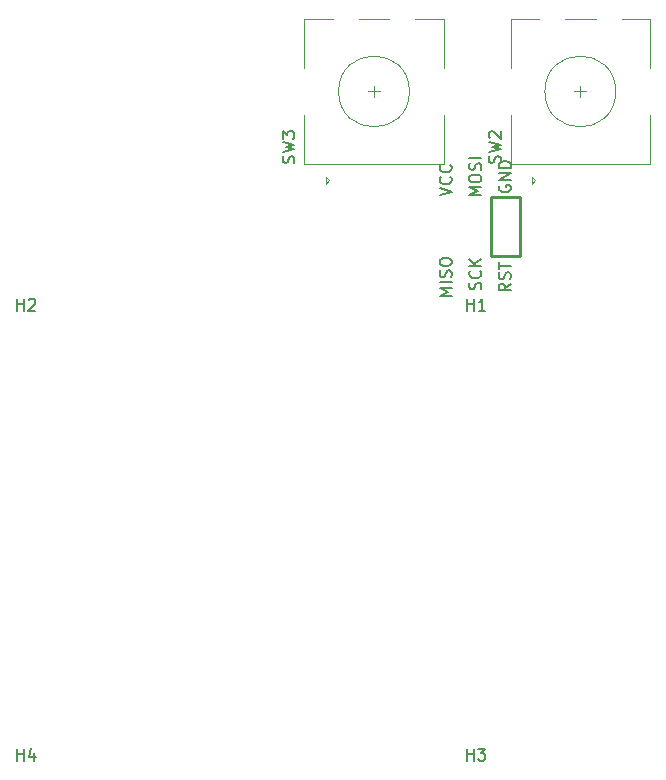
<source format=gbr>
%TF.GenerationSoftware,KiCad,Pcbnew,(5.1.4)-1*%
%TF.CreationDate,2024-03-23T03:19:33-07:00*%
%TF.ProjectId,macropad,6d616372-6f70-4616-942e-6b696361645f,rev?*%
%TF.SameCoordinates,Original*%
%TF.FileFunction,Legend,Top*%
%TF.FilePolarity,Positive*%
%FSLAX46Y46*%
G04 Gerber Fmt 4.6, Leading zero omitted, Abs format (unit mm)*
G04 Created by KiCad (PCBNEW (5.1.4)-1) date 2024-03-23 03:19:33*
%MOMM*%
%LPD*%
G04 APERTURE LIST*
%ADD10C,0.120000*%
%ADD11C,0.250000*%
%ADD12C,0.150000*%
G04 APERTURE END LIST*
D10*
%TO.C,SW3*%
X111862500Y-69493750D02*
G75*
G03X111862500Y-69493750I-3000000J0D01*
G01*
X102962500Y-67493750D02*
X102962500Y-63393750D01*
X114762500Y-63393750D02*
X114762500Y-67493750D01*
X114762500Y-71493750D02*
X114762500Y-75593750D01*
X102962500Y-71493750D02*
X102962500Y-75593750D01*
X102962500Y-75593750D02*
X114762500Y-75593750D01*
X105062500Y-76993750D02*
X104762500Y-77293750D01*
X104762500Y-77293750D02*
X104762500Y-76693750D01*
X104762500Y-76693750D02*
X105062500Y-76993750D01*
X102962500Y-63393750D02*
X105362500Y-63393750D01*
X107562500Y-63393750D02*
X110162500Y-63393750D01*
X112362500Y-63393750D02*
X114762500Y-63393750D01*
X108362500Y-69493750D02*
X109362500Y-69493750D01*
X108862500Y-69993750D02*
X108862500Y-68993750D01*
%TO.C,SW2*%
X129325000Y-69493750D02*
G75*
G03X129325000Y-69493750I-3000000J0D01*
G01*
X120425000Y-67493750D02*
X120425000Y-63393750D01*
X132225000Y-63393750D02*
X132225000Y-67493750D01*
X132225000Y-71493750D02*
X132225000Y-75593750D01*
X120425000Y-71493750D02*
X120425000Y-75593750D01*
X120425000Y-75593750D02*
X132225000Y-75593750D01*
X122525000Y-76993750D02*
X122225000Y-77293750D01*
X122225000Y-77293750D02*
X122225000Y-76693750D01*
X122225000Y-76693750D02*
X122525000Y-76993750D01*
X120425000Y-63393750D02*
X122825000Y-63393750D01*
X125025000Y-63393750D02*
X127625000Y-63393750D01*
X129825000Y-63393750D02*
X132225000Y-63393750D01*
X125825000Y-69493750D02*
X126825000Y-69493750D01*
X126325000Y-69993750D02*
X126325000Y-68993750D01*
D11*
%TO.C,J1*%
X118725000Y-83462500D02*
X118725000Y-78462500D01*
X118725000Y-78462500D02*
X121225000Y-78462500D01*
X121225000Y-78462500D02*
X121225000Y-83462500D01*
X121225000Y-83462500D02*
X118725000Y-83462500D01*
%TD*%
%TO.C,H4*%
D12*
X78613095Y-126139880D02*
X78613095Y-125139880D01*
X78613095Y-125616071D02*
X79184523Y-125616071D01*
X79184523Y-126139880D02*
X79184523Y-125139880D01*
X80089285Y-125473214D02*
X80089285Y-126139880D01*
X79851190Y-125092261D02*
X79613095Y-125806547D01*
X80232142Y-125806547D01*
%TO.C,H3*%
X116713095Y-126139880D02*
X116713095Y-125139880D01*
X116713095Y-125616071D02*
X117284523Y-125616071D01*
X117284523Y-126139880D02*
X117284523Y-125139880D01*
X117665476Y-125139880D02*
X118284523Y-125139880D01*
X117951190Y-125520833D01*
X118094047Y-125520833D01*
X118189285Y-125568452D01*
X118236904Y-125616071D01*
X118284523Y-125711309D01*
X118284523Y-125949404D01*
X118236904Y-126044642D01*
X118189285Y-126092261D01*
X118094047Y-126139880D01*
X117808333Y-126139880D01*
X117713095Y-126092261D01*
X117665476Y-126044642D01*
%TO.C,H2*%
X78613095Y-88039880D02*
X78613095Y-87039880D01*
X78613095Y-87516071D02*
X79184523Y-87516071D01*
X79184523Y-88039880D02*
X79184523Y-87039880D01*
X79613095Y-87135119D02*
X79660714Y-87087500D01*
X79755952Y-87039880D01*
X79994047Y-87039880D01*
X80089285Y-87087500D01*
X80136904Y-87135119D01*
X80184523Y-87230357D01*
X80184523Y-87325595D01*
X80136904Y-87468452D01*
X79565476Y-88039880D01*
X80184523Y-88039880D01*
%TO.C,H1*%
X116713095Y-88039880D02*
X116713095Y-87039880D01*
X116713095Y-87516071D02*
X117284523Y-87516071D01*
X117284523Y-88039880D02*
X117284523Y-87039880D01*
X118284523Y-88039880D02*
X117713095Y-88039880D01*
X117998809Y-88039880D02*
X117998809Y-87039880D01*
X117903571Y-87182738D01*
X117808333Y-87277976D01*
X117713095Y-87325595D01*
%TO.C,SW3*%
X102067261Y-75527083D02*
X102114880Y-75384226D01*
X102114880Y-75146130D01*
X102067261Y-75050892D01*
X102019642Y-75003273D01*
X101924404Y-74955654D01*
X101829166Y-74955654D01*
X101733928Y-75003273D01*
X101686309Y-75050892D01*
X101638690Y-75146130D01*
X101591071Y-75336607D01*
X101543452Y-75431845D01*
X101495833Y-75479464D01*
X101400595Y-75527083D01*
X101305357Y-75527083D01*
X101210119Y-75479464D01*
X101162500Y-75431845D01*
X101114880Y-75336607D01*
X101114880Y-75098511D01*
X101162500Y-74955654D01*
X101114880Y-74622321D02*
X102114880Y-74384226D01*
X101400595Y-74193750D01*
X102114880Y-74003273D01*
X101114880Y-73765178D01*
X101114880Y-73479464D02*
X101114880Y-72860416D01*
X101495833Y-73193750D01*
X101495833Y-73050892D01*
X101543452Y-72955654D01*
X101591071Y-72908035D01*
X101686309Y-72860416D01*
X101924404Y-72860416D01*
X102019642Y-72908035D01*
X102067261Y-72955654D01*
X102114880Y-73050892D01*
X102114880Y-73336607D01*
X102067261Y-73431845D01*
X102019642Y-73479464D01*
%TO.C,SW2*%
X119529761Y-75527083D02*
X119577380Y-75384226D01*
X119577380Y-75146130D01*
X119529761Y-75050892D01*
X119482142Y-75003273D01*
X119386904Y-74955654D01*
X119291666Y-74955654D01*
X119196428Y-75003273D01*
X119148809Y-75050892D01*
X119101190Y-75146130D01*
X119053571Y-75336607D01*
X119005952Y-75431845D01*
X118958333Y-75479464D01*
X118863095Y-75527083D01*
X118767857Y-75527083D01*
X118672619Y-75479464D01*
X118625000Y-75431845D01*
X118577380Y-75336607D01*
X118577380Y-75098511D01*
X118625000Y-74955654D01*
X118577380Y-74622321D02*
X119577380Y-74384226D01*
X118863095Y-74193750D01*
X119577380Y-74003273D01*
X118577380Y-73765178D01*
X118672619Y-73431845D02*
X118625000Y-73384226D01*
X118577380Y-73288988D01*
X118577380Y-73050892D01*
X118625000Y-72955654D01*
X118672619Y-72908035D01*
X118767857Y-72860416D01*
X118863095Y-72860416D01*
X119005952Y-72908035D01*
X119577380Y-73479464D01*
X119577380Y-72860416D01*
%TO.C,J1*%
X115427380Y-86783928D02*
X114427380Y-86783928D01*
X115141666Y-86450595D01*
X114427380Y-86117261D01*
X115427380Y-86117261D01*
X115427380Y-85641071D02*
X114427380Y-85641071D01*
X115379761Y-85212500D02*
X115427380Y-85069642D01*
X115427380Y-84831547D01*
X115379761Y-84736309D01*
X115332142Y-84688690D01*
X115236904Y-84641071D01*
X115141666Y-84641071D01*
X115046428Y-84688690D01*
X114998809Y-84736309D01*
X114951190Y-84831547D01*
X114903571Y-85022023D01*
X114855952Y-85117261D01*
X114808333Y-85164880D01*
X114713095Y-85212500D01*
X114617857Y-85212500D01*
X114522619Y-85164880D01*
X114475000Y-85117261D01*
X114427380Y-85022023D01*
X114427380Y-84783928D01*
X114475000Y-84641071D01*
X114427380Y-84022023D02*
X114427380Y-83831547D01*
X114475000Y-83736309D01*
X114570238Y-83641071D01*
X114760714Y-83593452D01*
X115094047Y-83593452D01*
X115284523Y-83641071D01*
X115379761Y-83736309D01*
X115427380Y-83831547D01*
X115427380Y-84022023D01*
X115379761Y-84117261D01*
X115284523Y-84212500D01*
X115094047Y-84260119D01*
X114760714Y-84260119D01*
X114570238Y-84212500D01*
X114475000Y-84117261D01*
X114427380Y-84022023D01*
X114427380Y-78295833D02*
X115427380Y-77962500D01*
X114427380Y-77629166D01*
X115332142Y-76724404D02*
X115379761Y-76772023D01*
X115427380Y-76914880D01*
X115427380Y-77010119D01*
X115379761Y-77152976D01*
X115284523Y-77248214D01*
X115189285Y-77295833D01*
X114998809Y-77343452D01*
X114855952Y-77343452D01*
X114665476Y-77295833D01*
X114570238Y-77248214D01*
X114475000Y-77152976D01*
X114427380Y-77010119D01*
X114427380Y-76914880D01*
X114475000Y-76772023D01*
X114522619Y-76724404D01*
X115332142Y-75724404D02*
X115379761Y-75772023D01*
X115427380Y-75914880D01*
X115427380Y-76010119D01*
X115379761Y-76152976D01*
X115284523Y-76248214D01*
X115189285Y-76295833D01*
X114998809Y-76343452D01*
X114855952Y-76343452D01*
X114665476Y-76295833D01*
X114570238Y-76248214D01*
X114475000Y-76152976D01*
X114427380Y-76010119D01*
X114427380Y-75914880D01*
X114475000Y-75772023D01*
X114522619Y-75724404D01*
X117879761Y-86248214D02*
X117927380Y-86105357D01*
X117927380Y-85867261D01*
X117879761Y-85772023D01*
X117832142Y-85724404D01*
X117736904Y-85676785D01*
X117641666Y-85676785D01*
X117546428Y-85724404D01*
X117498809Y-85772023D01*
X117451190Y-85867261D01*
X117403571Y-86057738D01*
X117355952Y-86152976D01*
X117308333Y-86200595D01*
X117213095Y-86248214D01*
X117117857Y-86248214D01*
X117022619Y-86200595D01*
X116975000Y-86152976D01*
X116927380Y-86057738D01*
X116927380Y-85819642D01*
X116975000Y-85676785D01*
X117832142Y-84676785D02*
X117879761Y-84724404D01*
X117927380Y-84867261D01*
X117927380Y-84962500D01*
X117879761Y-85105357D01*
X117784523Y-85200595D01*
X117689285Y-85248214D01*
X117498809Y-85295833D01*
X117355952Y-85295833D01*
X117165476Y-85248214D01*
X117070238Y-85200595D01*
X116975000Y-85105357D01*
X116927380Y-84962500D01*
X116927380Y-84867261D01*
X116975000Y-84724404D01*
X117022619Y-84676785D01*
X117927380Y-84248214D02*
X116927380Y-84248214D01*
X117927380Y-83676785D02*
X117355952Y-84105357D01*
X116927380Y-83676785D02*
X117498809Y-84248214D01*
X117927380Y-78283928D02*
X116927380Y-78283928D01*
X117641666Y-77950595D01*
X116927380Y-77617261D01*
X117927380Y-77617261D01*
X116927380Y-76950595D02*
X116927380Y-76760119D01*
X116975000Y-76664880D01*
X117070238Y-76569642D01*
X117260714Y-76522023D01*
X117594047Y-76522023D01*
X117784523Y-76569642D01*
X117879761Y-76664880D01*
X117927380Y-76760119D01*
X117927380Y-76950595D01*
X117879761Y-77045833D01*
X117784523Y-77141071D01*
X117594047Y-77188690D01*
X117260714Y-77188690D01*
X117070238Y-77141071D01*
X116975000Y-77045833D01*
X116927380Y-76950595D01*
X117879761Y-76141071D02*
X117927380Y-75998214D01*
X117927380Y-75760119D01*
X117879761Y-75664880D01*
X117832142Y-75617261D01*
X117736904Y-75569642D01*
X117641666Y-75569642D01*
X117546428Y-75617261D01*
X117498809Y-75664880D01*
X117451190Y-75760119D01*
X117403571Y-75950595D01*
X117355952Y-76045833D01*
X117308333Y-76093452D01*
X117213095Y-76141071D01*
X117117857Y-76141071D01*
X117022619Y-76093452D01*
X116975000Y-76045833D01*
X116927380Y-75950595D01*
X116927380Y-75712500D01*
X116975000Y-75569642D01*
X117927380Y-75141071D02*
X116927380Y-75141071D01*
X120427380Y-85760119D02*
X119951190Y-86093452D01*
X120427380Y-86331547D02*
X119427380Y-86331547D01*
X119427380Y-85950595D01*
X119475000Y-85855357D01*
X119522619Y-85807738D01*
X119617857Y-85760119D01*
X119760714Y-85760119D01*
X119855952Y-85807738D01*
X119903571Y-85855357D01*
X119951190Y-85950595D01*
X119951190Y-86331547D01*
X120379761Y-85379166D02*
X120427380Y-85236309D01*
X120427380Y-84998214D01*
X120379761Y-84902976D01*
X120332142Y-84855357D01*
X120236904Y-84807738D01*
X120141666Y-84807738D01*
X120046428Y-84855357D01*
X119998809Y-84902976D01*
X119951190Y-84998214D01*
X119903571Y-85188690D01*
X119855952Y-85283928D01*
X119808333Y-85331547D01*
X119713095Y-85379166D01*
X119617857Y-85379166D01*
X119522619Y-85331547D01*
X119475000Y-85283928D01*
X119427380Y-85188690D01*
X119427380Y-84950595D01*
X119475000Y-84807738D01*
X119427380Y-84522023D02*
X119427380Y-83950595D01*
X120427380Y-84236309D02*
X119427380Y-84236309D01*
X119475000Y-77474404D02*
X119427380Y-77569642D01*
X119427380Y-77712500D01*
X119475000Y-77855357D01*
X119570238Y-77950595D01*
X119665476Y-77998214D01*
X119855952Y-78045833D01*
X119998809Y-78045833D01*
X120189285Y-77998214D01*
X120284523Y-77950595D01*
X120379761Y-77855357D01*
X120427380Y-77712500D01*
X120427380Y-77617261D01*
X120379761Y-77474404D01*
X120332142Y-77426785D01*
X119998809Y-77426785D01*
X119998809Y-77617261D01*
X120427380Y-76998214D02*
X119427380Y-76998214D01*
X120427380Y-76426785D01*
X119427380Y-76426785D01*
X120427380Y-75950595D02*
X119427380Y-75950595D01*
X119427380Y-75712500D01*
X119475000Y-75569642D01*
X119570238Y-75474404D01*
X119665476Y-75426785D01*
X119855952Y-75379166D01*
X119998809Y-75379166D01*
X120189285Y-75426785D01*
X120284523Y-75474404D01*
X120379761Y-75569642D01*
X120427380Y-75712500D01*
X120427380Y-75950595D01*
%TD*%
M02*

</source>
